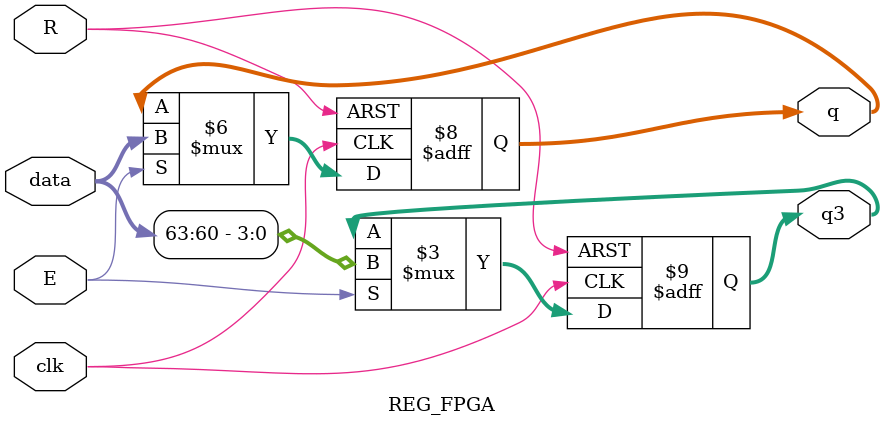
<source format=v>
module REG_FPGA (
    clk,
    R,           
    E,          
    data,  
    q,  
    q3  
);
	input clk, R, E;
	input [63:0]data;
	output reg[63:0]q;
	output reg[3:0]q3; //MVP BITS
    always @(posedge clk or posedge R) begin
        if (R) begin
            q <= 64'b0;    
            q3 <= 4'b0;   
        end else if (E) begin
            q <= data;
            q3 <= data[63:60]; 
        end 
      else begin
            q <=  q;
            q3 <= q3;
          end
    end

endmodule 

</source>
